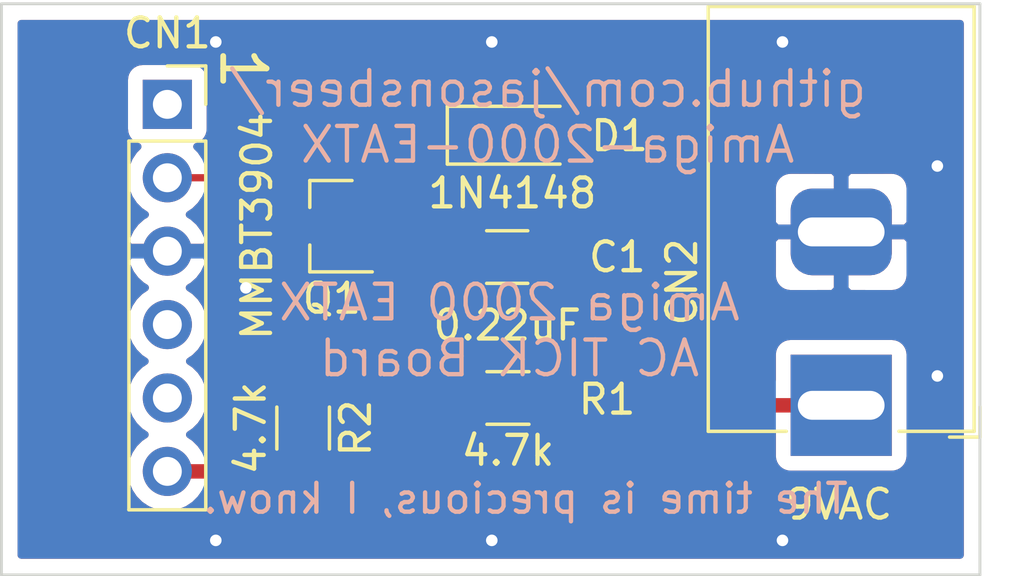
<source format=kicad_pcb>
(kicad_pcb (version 20171130) (host pcbnew 5.1.12-84ad8e8a86~92~ubuntu20.04.1)

  (general
    (thickness 1.6)
    (drawings 9)
    (tracks 21)
    (zones 0)
    (modules 7)
    (nets 9)
  )

  (page A4)
  (layers
    (0 F.Cu signal)
    (31 B.Cu signal)
    (32 B.Adhes user)
    (33 F.Adhes user)
    (34 B.Paste user)
    (35 F.Paste user)
    (36 B.SilkS user)
    (37 F.SilkS user)
    (38 B.Mask user)
    (39 F.Mask user)
    (40 Dwgs.User user)
    (41 Cmts.User user)
    (42 Eco1.User user)
    (43 Eco2.User user)
    (44 Edge.Cuts user)
    (45 Margin user)
    (46 B.CrtYd user)
    (47 F.CrtYd user)
    (48 B.Fab user)
    (49 F.Fab user)
  )

  (setup
    (last_trace_width 0.25)
    (trace_clearance 0.2)
    (zone_clearance 0.508)
    (zone_45_only no)
    (trace_min 0.2)
    (via_size 0.8)
    (via_drill 0.4)
    (via_min_size 0.4)
    (via_min_drill 0.3)
    (uvia_size 0.3)
    (uvia_drill 0.1)
    (uvias_allowed no)
    (uvia_min_size 0.2)
    (uvia_min_drill 0.1)
    (edge_width 0.05)
    (segment_width 0.2)
    (pcb_text_width 0.3)
    (pcb_text_size 1.5 1.5)
    (mod_edge_width 0.12)
    (mod_text_size 1 1)
    (mod_text_width 0.15)
    (pad_size 2.6 2.6)
    (pad_drill 1.6)
    (pad_to_mask_clearance 0)
    (aux_axis_origin 0 0)
    (visible_elements FFFFFF7F)
    (pcbplotparams
      (layerselection 0x010fc_ffffffff)
      (usegerberextensions false)
      (usegerberattributes true)
      (usegerberadvancedattributes true)
      (creategerberjobfile true)
      (excludeedgelayer true)
      (linewidth 0.100000)
      (plotframeref false)
      (viasonmask false)
      (mode 1)
      (useauxorigin false)
      (hpglpennumber 1)
      (hpglpenspeed 20)
      (hpglpendiameter 15.000000)
      (psnegative false)
      (psa4output false)
      (plotreference true)
      (plotvalue true)
      (plotinvisibletext false)
      (padsonsilk false)
      (subtractmaskfromsilk false)
      (outputformat 1)
      (mirror false)
      (drillshape 1)
      (scaleselection 1)
      (outputdirectory ""))
  )

  (net 0 "")
  (net 1 GND)
  (net 2 "Net-(C1-Pad1)")
  (net 3 +5V)
  (net 4 "Net-(CN1-Pad5)")
  (net 5 "Net-(CN1-Pad4)")
  (net 6 /TBASE)
  (net 7 "Net-(CN1-Pad1)")
  (net 8 /+9VAC)

  (net_class Default "This is the default net class."
    (clearance 0.2)
    (trace_width 0.25)
    (via_dia 0.8)
    (via_drill 0.4)
    (uvia_dia 0.3)
    (uvia_drill 0.1)
    (add_net /TBASE)
    (add_net GND)
    (add_net "Net-(C1-Pad1)")
    (add_net "Net-(CN1-Pad1)")
    (add_net "Net-(CN1-Pad4)")
    (add_net "Net-(CN1-Pad5)")
  )

  (net_class PWR ""
    (clearance 0.3)
    (trace_width 0.5)
    (via_dia 0.8)
    (via_drill 0.4)
    (uvia_dia 0.3)
    (uvia_drill 0.1)
    (add_net +5V)
    (add_net /+9VAC)
  )

  (module TICK:BarrelJack_Horizontal (layer F.Cu) (tedit 61AEB1F0) (tstamp 61AF153C)
    (at 152.273 107.8484 270)
    (descr "DC Barrel Jack")
    (tags "Power Jack")
    (path /61AA3DB0)
    (fp_text reference CN2 (at -4.2672 5.5118 90) (layer F.SilkS)
      (effects (font (size 1 1) (thickness 0.15)))
    )
    (fp_text value Barrel_Jack (at -6.2 -5.5 90) (layer F.Fab)
      (effects (font (size 1 1) (thickness 0.15)))
    )
    (fp_line (start 0 -4.5) (end -13.7 -4.5) (layer F.Fab) (width 0.1))
    (fp_line (start 0.8 4.5) (end 0.8 -3.75) (layer F.Fab) (width 0.1))
    (fp_line (start -13.7 4.5) (end 0.8 4.5) (layer F.Fab) (width 0.1))
    (fp_line (start -13.7 -4.5) (end -13.7 4.5) (layer F.Fab) (width 0.1))
    (fp_line (start -10.2 -4.5) (end -10.2 4.5) (layer F.Fab) (width 0.1))
    (fp_line (start 0.9 -4.6) (end 0.9 -2) (layer F.SilkS) (width 0.12))
    (fp_line (start -13.8 -4.6) (end 0.9 -4.6) (layer F.SilkS) (width 0.12))
    (fp_line (start 0.9 1.9) (end 0.9 4.6) (layer F.SilkS) (width 0.12))
    (fp_line (start -13.8 4.6) (end -13.8 -4.6) (layer F.SilkS) (width 0.12))
    (fp_line (start 0.9 4.6) (end -13.8 4.6) (layer F.SilkS) (width 0.12))
    (fp_line (start -14 4.75) (end -14 -4.75) (layer F.CrtYd) (width 0.05))
    (fp_line (start 1 4.75) (end -14 4.75) (layer F.CrtYd) (width 0.05))
    (fp_line (start 1 2) (end 1 4.75) (layer F.CrtYd) (width 0.05))
    (fp_line (start 2 2) (end 1 2) (layer F.CrtYd) (width 0.05))
    (fp_line (start 2 -2) (end 2 2) (layer F.CrtYd) (width 0.05))
    (fp_line (start 1 -2) (end 2 -2) (layer F.CrtYd) (width 0.05))
    (fp_line (start 1 -4.5) (end 1 -2) (layer F.CrtYd) (width 0.05))
    (fp_line (start 1 -4.75) (end -14 -4.75) (layer F.CrtYd) (width 0.05))
    (fp_line (start 1 -4.5) (end 1 -4.75) (layer F.CrtYd) (width 0.05))
    (fp_line (start 0.05 -4.8) (end 1.1 -4.8) (layer F.SilkS) (width 0.12))
    (fp_line (start 1.1 -3.75) (end 1.1 -4.8) (layer F.SilkS) (width 0.12))
    (fp_line (start -0.003213 -4.505425) (end 0.8 -3.75) (layer F.Fab) (width 0.1))
    (fp_text user %R (at -3 -2.95 90) (layer F.Fab)
      (effects (font (size 1 1) (thickness 0.15)))
    )
    (pad 2 thru_hole roundrect (at -6 0 270) (size 3 3.5) (drill oval 1 3) (layers *.Cu *.Mask) (roundrect_rratio 0.25)
      (net 1 GND))
    (pad 1 thru_hole rect (at 0 0 270) (size 3.5 3.5) (drill oval 1 3) (layers *.Cu *.Mask)
      (net 8 /+9VAC))
    (model ${KISYS3DMOD}/Connector_BarrelJack.3dshapes/BarrelJack_Horizontal.wrl
      (at (xyz 0 0 0))
      (scale (xyz 1 1 1))
      (rotate (xyz 0 0 0))
    )
  )

  (module Resistor_SMD:R_1206_3216Metric (layer F.Cu) (tedit 5F68FEEE) (tstamp 61AF1258)
    (at 133.6548 108.6358 270)
    (descr "Resistor SMD 1206 (3216 Metric), square (rectangular) end terminal, IPC_7351 nominal, (Body size source: IPC-SM-782 page 72, https://www.pcb-3d.com/wordpress/wp-content/uploads/ipc-sm-782a_amendment_1_and_2.pdf), generated with kicad-footprint-generator")
    (tags resistor)
    (path /61AEFC1B)
    (attr smd)
    (fp_text reference R2 (at 0 -1.82 90) (layer F.SilkS)
      (effects (font (size 1 1) (thickness 0.15)))
    )
    (fp_text value 4.7k (at 0 1.82 90) (layer F.SilkS)
      (effects (font (size 1 1) (thickness 0.15)))
    )
    (fp_line (start -1.6 0.8) (end -1.6 -0.8) (layer F.Fab) (width 0.1))
    (fp_line (start -1.6 -0.8) (end 1.6 -0.8) (layer F.Fab) (width 0.1))
    (fp_line (start 1.6 -0.8) (end 1.6 0.8) (layer F.Fab) (width 0.1))
    (fp_line (start 1.6 0.8) (end -1.6 0.8) (layer F.Fab) (width 0.1))
    (fp_line (start -0.727064 -0.91) (end 0.727064 -0.91) (layer F.SilkS) (width 0.12))
    (fp_line (start -0.727064 0.91) (end 0.727064 0.91) (layer F.SilkS) (width 0.12))
    (fp_line (start -2.28 1.12) (end -2.28 -1.12) (layer F.CrtYd) (width 0.05))
    (fp_line (start -2.28 -1.12) (end 2.28 -1.12) (layer F.CrtYd) (width 0.05))
    (fp_line (start 2.28 -1.12) (end 2.28 1.12) (layer F.CrtYd) (width 0.05))
    (fp_line (start 2.28 1.12) (end -2.28 1.12) (layer F.CrtYd) (width 0.05))
    (fp_text user %R (at 0 0 90) (layer F.Fab)
      (effects (font (size 0.8 0.8) (thickness 0.12)))
    )
    (pad 2 smd roundrect (at 1.4625 0 270) (size 1.125 1.75) (layers F.Cu F.Paste F.Mask) (roundrect_rratio 0.222222)
      (net 3 +5V))
    (pad 1 smd roundrect (at -1.4625 0 270) (size 1.125 1.75) (layers F.Cu F.Paste F.Mask) (roundrect_rratio 0.222222)
      (net 6 /TBASE))
    (model ${KISYS3DMOD}/Resistor_SMD.3dshapes/R_1206_3216Metric.wrl
      (at (xyz 0 0 0))
      (scale (xyz 1 1 1))
      (rotate (xyz 0 0 0))
    )
  )

  (module Package_TO_SOT_SMD:SOT-23 (layer F.Cu) (tedit 5A02FF57) (tstamp 61AF1237)
    (at 134.6454 101.6508 180)
    (descr "SOT-23, Standard")
    (tags SOT-23)
    (path /61AED3D3)
    (attr smd)
    (fp_text reference Q1 (at 0 -2.5) (layer F.SilkS)
      (effects (font (size 1 1) (thickness 0.15)))
    )
    (fp_text value MMBT3904 (at 2.5908 0 90) (layer F.SilkS)
      (effects (font (size 1 1) (thickness 0.15)))
    )
    (fp_line (start -0.7 -0.95) (end -0.7 1.5) (layer F.Fab) (width 0.1))
    (fp_line (start -0.15 -1.52) (end 0.7 -1.52) (layer F.Fab) (width 0.1))
    (fp_line (start -0.7 -0.95) (end -0.15 -1.52) (layer F.Fab) (width 0.1))
    (fp_line (start 0.7 -1.52) (end 0.7 1.52) (layer F.Fab) (width 0.1))
    (fp_line (start -0.7 1.52) (end 0.7 1.52) (layer F.Fab) (width 0.1))
    (fp_line (start 0.76 1.58) (end 0.76 0.65) (layer F.SilkS) (width 0.12))
    (fp_line (start 0.76 -1.58) (end 0.76 -0.65) (layer F.SilkS) (width 0.12))
    (fp_line (start -1.7 -1.75) (end 1.7 -1.75) (layer F.CrtYd) (width 0.05))
    (fp_line (start 1.7 -1.75) (end 1.7 1.75) (layer F.CrtYd) (width 0.05))
    (fp_line (start 1.7 1.75) (end -1.7 1.75) (layer F.CrtYd) (width 0.05))
    (fp_line (start -1.7 1.75) (end -1.7 -1.75) (layer F.CrtYd) (width 0.05))
    (fp_line (start 0.76 -1.58) (end -1.4 -1.58) (layer F.SilkS) (width 0.12))
    (fp_line (start 0.76 1.58) (end -0.7 1.58) (layer F.SilkS) (width 0.12))
    (fp_text user %R (at 0 0 90) (layer F.Fab)
      (effects (font (size 0.5 0.5) (thickness 0.075)))
    )
    (pad 3 smd rect (at 1 0 180) (size 0.9 0.8) (layers F.Cu F.Paste F.Mask)
      (net 6 /TBASE))
    (pad 2 smd rect (at -1 0.95 180) (size 0.9 0.8) (layers F.Cu F.Paste F.Mask)
      (net 1 GND))
    (pad 1 smd rect (at -1 -0.95 180) (size 0.9 0.8) (layers F.Cu F.Paste F.Mask)
      (net 2 "Net-(C1-Pad1)"))
    (model ${KISYS3DMOD}/Package_TO_SOT_SMD.3dshapes/SOT-23.wrl
      (at (xyz 0 0 0))
      (scale (xyz 1 1 1))
      (rotate (xyz 0 0 0))
    )
  )

  (module Resistor_SMD:R_1206_3216Metric (layer F.Cu) (tedit 5F68FEEE) (tstamp 61AA7E02)
    (at 140.7414 107.5944)
    (descr "Resistor SMD 1206 (3216 Metric), square (rectangular) end terminal, IPC_7351 nominal, (Body size source: IPC-SM-782 page 72, https://www.pcb-3d.com/wordpress/wp-content/uploads/ipc-sm-782a_amendment_1_and_2.pdf), generated with kicad-footprint-generator")
    (tags resistor)
    (path /61AA6ADA)
    (attr smd)
    (fp_text reference R1 (at 3.429 0.0508) (layer F.SilkS)
      (effects (font (size 1 1) (thickness 0.15)))
    )
    (fp_text value 4.7k (at 0 1.82) (layer F.SilkS)
      (effects (font (size 1 1) (thickness 0.15)))
    )
    (fp_line (start -1.6 0.8) (end -1.6 -0.8) (layer F.Fab) (width 0.1))
    (fp_line (start -1.6 -0.8) (end 1.6 -0.8) (layer F.Fab) (width 0.1))
    (fp_line (start 1.6 -0.8) (end 1.6 0.8) (layer F.Fab) (width 0.1))
    (fp_line (start 1.6 0.8) (end -1.6 0.8) (layer F.Fab) (width 0.1))
    (fp_line (start -0.727064 -0.91) (end 0.727064 -0.91) (layer F.SilkS) (width 0.12))
    (fp_line (start -0.727064 0.91) (end 0.727064 0.91) (layer F.SilkS) (width 0.12))
    (fp_line (start -2.28 1.12) (end -2.28 -1.12) (layer F.CrtYd) (width 0.05))
    (fp_line (start -2.28 -1.12) (end 2.28 -1.12) (layer F.CrtYd) (width 0.05))
    (fp_line (start 2.28 -1.12) (end 2.28 1.12) (layer F.CrtYd) (width 0.05))
    (fp_line (start 2.28 1.12) (end -2.28 1.12) (layer F.CrtYd) (width 0.05))
    (fp_text user %R (at 0 0) (layer F.Fab)
      (effects (font (size 0.8 0.8) (thickness 0.12)))
    )
    (pad 1 smd roundrect (at -1.4625 0) (size 1.125 1.75) (layers F.Cu F.Paste F.Mask) (roundrect_rratio 0.222222)
      (net 2 "Net-(C1-Pad1)"))
    (pad 2 smd roundrect (at 1.4625 0) (size 1.125 1.75) (layers F.Cu F.Paste F.Mask) (roundrect_rratio 0.222222)
      (net 8 /+9VAC))
    (model ${KISYS3DMOD}/Resistor_SMD.3dshapes/R_1206_3216Metric.wrl
      (at (xyz 0 0 0))
      (scale (xyz 1 1 1))
      (rotate (xyz 0 0 0))
    )
  )

  (module Diode_SMD:D_SOD-123 (layer F.Cu) (tedit 58645DC7) (tstamp 61AA7DF1)
    (at 140.8938 98.5012)
    (descr SOD-123)
    (tags SOD-123)
    (path /61AA7657)
    (attr smd)
    (fp_text reference D1 (at 3.7084 0.0254) (layer F.SilkS)
      (effects (font (size 1 1) (thickness 0.15)))
    )
    (fp_text value 1N4148 (at 0 2.0066) (layer F.SilkS)
      (effects (font (size 1 1) (thickness 0.15)))
    )
    (fp_line (start -2.25 -1) (end 1.65 -1) (layer F.SilkS) (width 0.12))
    (fp_line (start -2.25 1) (end 1.65 1) (layer F.SilkS) (width 0.12))
    (fp_line (start -2.35 -1.15) (end -2.35 1.15) (layer F.CrtYd) (width 0.05))
    (fp_line (start 2.35 1.15) (end -2.35 1.15) (layer F.CrtYd) (width 0.05))
    (fp_line (start 2.35 -1.15) (end 2.35 1.15) (layer F.CrtYd) (width 0.05))
    (fp_line (start -2.35 -1.15) (end 2.35 -1.15) (layer F.CrtYd) (width 0.05))
    (fp_line (start -1.4 -0.9) (end 1.4 -0.9) (layer F.Fab) (width 0.1))
    (fp_line (start 1.4 -0.9) (end 1.4 0.9) (layer F.Fab) (width 0.1))
    (fp_line (start 1.4 0.9) (end -1.4 0.9) (layer F.Fab) (width 0.1))
    (fp_line (start -1.4 0.9) (end -1.4 -0.9) (layer F.Fab) (width 0.1))
    (fp_line (start -0.75 0) (end -0.35 0) (layer F.Fab) (width 0.1))
    (fp_line (start -0.35 0) (end -0.35 -0.55) (layer F.Fab) (width 0.1))
    (fp_line (start -0.35 0) (end -0.35 0.55) (layer F.Fab) (width 0.1))
    (fp_line (start -0.35 0) (end 0.25 -0.4) (layer F.Fab) (width 0.1))
    (fp_line (start 0.25 -0.4) (end 0.25 0.4) (layer F.Fab) (width 0.1))
    (fp_line (start 0.25 0.4) (end -0.35 0) (layer F.Fab) (width 0.1))
    (fp_line (start 0.25 0) (end 0.75 0) (layer F.Fab) (width 0.1))
    (fp_line (start -2.25 -1) (end -2.25 1) (layer F.SilkS) (width 0.12))
    (fp_text user %R (at 0 -2) (layer F.Fab)
      (effects (font (size 1 1) (thickness 0.15)))
    )
    (pad 2 smd rect (at 1.65 0) (size 0.9 1.2) (layers F.Cu F.Paste F.Mask)
      (net 1 GND))
    (pad 1 smd rect (at -1.65 0) (size 0.9 1.2) (layers F.Cu F.Paste F.Mask)
      (net 2 "Net-(C1-Pad1)"))
    (model ${KISYS3DMOD}/Diode_SMD.3dshapes/D_SOD-123.wrl
      (at (xyz 0 0 0))
      (scale (xyz 1 1 1))
      (rotate (xyz 0 0 0))
    )
  )

  (module Connector_PinSocket_2.54mm:PinSocket_1x06_P2.54mm_Vertical (layer F.Cu) (tedit 5A19A430) (tstamp 61AA7EFA)
    (at 128.9558 97.4344)
    (descr "Through hole straight socket strip, 1x06, 2.54mm pitch, single row (from Kicad 4.0.7), script generated")
    (tags "Through hole socket strip THT 1x06 2.54mm single row")
    (path /61AA2F62)
    (fp_text reference CN1 (at 0 -2.4638) (layer F.SilkS)
      (effects (font (size 1 1) (thickness 0.15)))
    )
    (fp_text value To_Amiga (at 0 15.47) (layer F.Fab)
      (effects (font (size 1 1) (thickness 0.15)))
    )
    (fp_line (start -1.8 14.45) (end -1.8 -1.8) (layer F.CrtYd) (width 0.05))
    (fp_line (start 1.75 14.45) (end -1.8 14.45) (layer F.CrtYd) (width 0.05))
    (fp_line (start 1.75 -1.8) (end 1.75 14.45) (layer F.CrtYd) (width 0.05))
    (fp_line (start -1.8 -1.8) (end 1.75 -1.8) (layer F.CrtYd) (width 0.05))
    (fp_line (start 0 -1.33) (end 1.33 -1.33) (layer F.SilkS) (width 0.12))
    (fp_line (start 1.33 -1.33) (end 1.33 0) (layer F.SilkS) (width 0.12))
    (fp_line (start 1.33 1.27) (end 1.33 14.03) (layer F.SilkS) (width 0.12))
    (fp_line (start -1.33 14.03) (end 1.33 14.03) (layer F.SilkS) (width 0.12))
    (fp_line (start -1.33 1.27) (end -1.33 14.03) (layer F.SilkS) (width 0.12))
    (fp_line (start -1.33 1.27) (end 1.33 1.27) (layer F.SilkS) (width 0.12))
    (fp_line (start -1.27 13.97) (end -1.27 -1.27) (layer F.Fab) (width 0.1))
    (fp_line (start 1.27 13.97) (end -1.27 13.97) (layer F.Fab) (width 0.1))
    (fp_line (start 1.27 -0.635) (end 1.27 13.97) (layer F.Fab) (width 0.1))
    (fp_line (start 0.635 -1.27) (end 1.27 -0.635) (layer F.Fab) (width 0.1))
    (fp_line (start -1.27 -1.27) (end 0.635 -1.27) (layer F.Fab) (width 0.1))
    (fp_text user %R (at 0 6.35 90) (layer F.Fab)
      (effects (font (size 1 1) (thickness 0.15)))
    )
    (pad 6 thru_hole oval (at 0 12.7) (size 1.7 1.7) (drill 1) (layers *.Cu *.Mask)
      (net 3 +5V))
    (pad 5 thru_hole oval (at 0 10.16) (size 1.7 1.7) (drill 1) (layers *.Cu *.Mask)
      (net 4 "Net-(CN1-Pad5)"))
    (pad 4 thru_hole oval (at 0 7.62) (size 1.7 1.7) (drill 1) (layers *.Cu *.Mask)
      (net 5 "Net-(CN1-Pad4)"))
    (pad 3 thru_hole oval (at 0 5.08) (size 1.7 1.7) (drill 1) (layers *.Cu *.Mask)
      (net 1 GND))
    (pad 2 thru_hole oval (at 0 2.54) (size 1.7 1.7) (drill 1) (layers *.Cu *.Mask)
      (net 6 /TBASE))
    (pad 1 thru_hole rect (at 0 0) (size 1.7 1.7) (drill 1) (layers *.Cu *.Mask)
      (net 7 "Net-(CN1-Pad1)"))
    (model ${KISYS3DMOD}/Connector_PinSocket_2.54mm.3dshapes/PinSocket_1x06_P2.54mm_Horizontal.wrl
      (at (xyz 0 0 0))
      (scale (xyz 1 1 1))
      (rotate (xyz 0 0 0))
    )
  )

  (module Capacitor_SMD:C_1206_3216Metric (layer F.Cu) (tedit 5F68FEEE) (tstamp 61AA7D8B)
    (at 140.716 102.7176)
    (descr "Capacitor SMD 1206 (3216 Metric), square (rectangular) end terminal, IPC_7351 nominal, (Body size source: IPC-SM-782 page 76, https://www.pcb-3d.com/wordpress/wp-content/uploads/ipc-sm-782a_amendment_1_and_2.pdf), generated with kicad-footprint-generator")
    (tags capacitor)
    (path /61AA66CC)
    (attr smd)
    (fp_text reference C1 (at 3.81 0) (layer F.SilkS)
      (effects (font (size 1 1) (thickness 0.15)))
    )
    (fp_text value 0.22uF (at 0 2.3622) (layer F.SilkS)
      (effects (font (size 1 1) (thickness 0.15)))
    )
    (fp_line (start 2.3 1.15) (end -2.3 1.15) (layer F.CrtYd) (width 0.05))
    (fp_line (start 2.3 -1.15) (end 2.3 1.15) (layer F.CrtYd) (width 0.05))
    (fp_line (start -2.3 -1.15) (end 2.3 -1.15) (layer F.CrtYd) (width 0.05))
    (fp_line (start -2.3 1.15) (end -2.3 -1.15) (layer F.CrtYd) (width 0.05))
    (fp_line (start -0.711252 0.91) (end 0.711252 0.91) (layer F.SilkS) (width 0.12))
    (fp_line (start -0.711252 -0.91) (end 0.711252 -0.91) (layer F.SilkS) (width 0.12))
    (fp_line (start 1.6 0.8) (end -1.6 0.8) (layer F.Fab) (width 0.1))
    (fp_line (start 1.6 -0.8) (end 1.6 0.8) (layer F.Fab) (width 0.1))
    (fp_line (start -1.6 -0.8) (end 1.6 -0.8) (layer F.Fab) (width 0.1))
    (fp_line (start -1.6 0.8) (end -1.6 -0.8) (layer F.Fab) (width 0.1))
    (fp_text user %R (at 0 0) (layer F.Fab)
      (effects (font (size 0.8 0.8) (thickness 0.12)))
    )
    (pad 2 smd roundrect (at 1.475 0) (size 1.15 1.8) (layers F.Cu F.Paste F.Mask) (roundrect_rratio 0.217391)
      (net 1 GND))
    (pad 1 smd roundrect (at -1.475 0) (size 1.15 1.8) (layers F.Cu F.Paste F.Mask) (roundrect_rratio 0.217391)
      (net 2 "Net-(C1-Pad1)"))
    (model ${KISYS3DMOD}/Capacitor_SMD.3dshapes/C_1206_3216Metric.wrl
      (at (xyz 0 0 0))
      (scale (xyz 1 1 1))
      (rotate (xyz 0 0 0))
    )
  )

  (gr_text "The time is precious, I know." (at 141.351 111.0742) (layer B.SilkS)
    (effects (font (size 1 1) (thickness 0.15)) (justify mirror))
  )
  (gr_text "Amiga 2000 EATX\nAC TICK Board" (at 140.7922 105.2576) (layer B.SilkS)
    (effects (font (size 1.2 1.2) (thickness 0.15)) (justify mirror))
  )
  (gr_text "github.com/jasonsbeer/\nAmiga-2000-EATX" (at 142.113 97.8662) (layer B.SilkS)
    (effects (font (size 1.2 1.2) (thickness 0.15)) (justify mirror))
  )
  (gr_text 1 (at 131.572 96.1898 -90) (layer F.SilkS) (tstamp 61AA85B5)
    (effects (font (size 1.5 1.5) (thickness 0.2)))
  )
  (gr_text 9VAC (at 152.1968 111.2774) (layer F.SilkS)
    (effects (font (size 1 1) (thickness 0.15)))
  )
  (gr_line (start 123.2154 93.9546) (end 157.0736 93.9546) (layer Edge.Cuts) (width 0.1))
  (gr_line (start 123.2154 113.7158) (end 123.2154 93.9546) (layer Edge.Cuts) (width 0.1))
  (gr_line (start 157.0736 113.7158) (end 123.2154 113.7158) (layer Edge.Cuts) (width 0.1))
  (gr_line (start 157.0736 93.9546) (end 157.0736 113.7158) (layer Edge.Cuts) (width 0.1))

  (via (at 130.6322 95.2754) (size 0.8) (drill 0.4) (layers F.Cu B.Cu) (net 1))
  (via (at 140.1826 95.2754) (size 0.8) (drill 0.4) (layers F.Cu B.Cu) (net 1))
  (via (at 150.241 95.2754) (size 0.8) (drill 0.4) (layers F.Cu B.Cu) (net 1))
  (via (at 155.6004 99.568) (size 0.8) (drill 0.4) (layers F.Cu B.Cu) (net 1))
  (via (at 155.6004 106.8324) (size 0.8) (drill 0.4) (layers F.Cu B.Cu) (net 1))
  (via (at 150.241 112.522) (size 0.8) (drill 0.4) (layers F.Cu B.Cu) (net 1))
  (via (at 140.1826 112.522) (size 0.8) (drill 0.4) (layers F.Cu B.Cu) (net 1))
  (via (at 130.6322 112.522) (size 0.8) (drill 0.4) (layers F.Cu B.Cu) (net 1))
  (via (at 131.6736 103.7844) (size 0.8) (drill 0.4) (layers F.Cu B.Cu) (net 1))
  (segment (start 139.2789 98.5363) (end 139.2438 98.5012) (width 0.25) (layer F.Cu) (net 2))
  (segment (start 139.2789 107.5944) (end 139.2789 98.5363) (width 0.25) (layer F.Cu) (net 2))
  (segment (start 139.1242 102.6008) (end 139.241 102.7176) (width 0.25) (layer F.Cu) (net 2))
  (segment (start 135.6454 102.6008) (end 139.1242 102.6008) (width 0.25) (layer F.Cu) (net 2))
  (segment (start 128.9558 110.1344) (end 133.604 110.1344) (width 0.5) (layer F.Cu) (net 3))
  (segment (start 128.9558 99.9744) (end 132.969 99.9744) (width 0.25) (layer F.Cu) (net 6))
  (segment (start 133.5962 100.6016) (end 133.5962 101.6152) (width 0.25) (layer F.Cu) (net 6))
  (segment (start 132.969 99.9744) (end 133.5962 100.6016) (width 0.25) (layer F.Cu) (net 6))
  (segment (start 133.6548 107.1733) (end 133.6548 101.6602) (width 0.25) (layer F.Cu) (net 6))
  (segment (start 142.2039 107.5944) (end 146.6596 107.5944) (width 0.5) (layer F.Cu) (net 8))
  (segment (start 146.9136 107.8484) (end 152.273 107.8484) (width 0.5) (layer F.Cu) (net 8))
  (segment (start 146.6596 107.5944) (end 146.9136 107.8484) (width 0.5) (layer F.Cu) (net 8))

  (zone (net 1) (net_name GND) (layer B.Cu) (tstamp 61AF1855) (hatch edge 0.508)
    (connect_pads (clearance 0.508))
    (min_thickness 0.254)
    (fill yes (arc_segments 32) (thermal_gap 0.508) (thermal_bridge_width 0.508))
    (polygon
      (pts
        (xy 157.0482 113.7158) (xy 123.2154 113.7158) (xy 123.2154 93.9546) (xy 157.0736 93.9292)
      )
    )
    (filled_polygon
      (pts
        (xy 156.388601 113.0308) (xy 123.9004 113.0308) (xy 123.9004 104.90814) (xy 127.4708 104.90814) (xy 127.4708 105.20066)
        (xy 127.527868 105.487558) (xy 127.63981 105.757811) (xy 127.802325 106.001032) (xy 128.009168 106.207875) (xy 128.18356 106.3244)
        (xy 128.009168 106.440925) (xy 127.802325 106.647768) (xy 127.63981 106.890989) (xy 127.527868 107.161242) (xy 127.4708 107.44814)
        (xy 127.4708 107.74066) (xy 127.527868 108.027558) (xy 127.63981 108.297811) (xy 127.802325 108.541032) (xy 128.009168 108.747875)
        (xy 128.18356 108.8644) (xy 128.009168 108.980925) (xy 127.802325 109.187768) (xy 127.63981 109.430989) (xy 127.527868 109.701242)
        (xy 127.4708 109.98814) (xy 127.4708 110.28066) (xy 127.527868 110.567558) (xy 127.63981 110.837811) (xy 127.802325 111.081032)
        (xy 128.009168 111.287875) (xy 128.252389 111.45039) (xy 128.522642 111.562332) (xy 128.80954 111.6194) (xy 129.10206 111.6194)
        (xy 129.388958 111.562332) (xy 129.659211 111.45039) (xy 129.902432 111.287875) (xy 130.109275 111.081032) (xy 130.27179 110.837811)
        (xy 130.383732 110.567558) (xy 130.4408 110.28066) (xy 130.4408 109.98814) (xy 130.383732 109.701242) (xy 130.27179 109.430989)
        (xy 130.109275 109.187768) (xy 129.902432 108.980925) (xy 129.72804 108.8644) (xy 129.902432 108.747875) (xy 130.109275 108.541032)
        (xy 130.27179 108.297811) (xy 130.383732 108.027558) (xy 130.4408 107.74066) (xy 130.4408 107.44814) (xy 130.383732 107.161242)
        (xy 130.27179 106.890989) (xy 130.109275 106.647768) (xy 129.902432 106.440925) (xy 129.72804 106.3244) (xy 129.902432 106.207875)
        (xy 130.011907 106.0984) (xy 149.884928 106.0984) (xy 149.884928 109.5984) (xy 149.897188 109.722882) (xy 149.933498 109.84258)
        (xy 149.992463 109.952894) (xy 150.071815 110.049585) (xy 150.168506 110.128937) (xy 150.27882 110.187902) (xy 150.398518 110.224212)
        (xy 150.523 110.236472) (xy 154.023 110.236472) (xy 154.147482 110.224212) (xy 154.26718 110.187902) (xy 154.377494 110.128937)
        (xy 154.474185 110.049585) (xy 154.553537 109.952894) (xy 154.612502 109.84258) (xy 154.648812 109.722882) (xy 154.661072 109.5984)
        (xy 154.661072 106.0984) (xy 154.648812 105.973918) (xy 154.612502 105.85422) (xy 154.553537 105.743906) (xy 154.474185 105.647215)
        (xy 154.377494 105.567863) (xy 154.26718 105.508898) (xy 154.147482 105.472588) (xy 154.023 105.460328) (xy 150.523 105.460328)
        (xy 150.398518 105.472588) (xy 150.27882 105.508898) (xy 150.168506 105.567863) (xy 150.071815 105.647215) (xy 149.992463 105.743906)
        (xy 149.933498 105.85422) (xy 149.897188 105.973918) (xy 149.884928 106.0984) (xy 130.011907 106.0984) (xy 130.109275 106.001032)
        (xy 130.27179 105.757811) (xy 130.383732 105.487558) (xy 130.4408 105.20066) (xy 130.4408 104.90814) (xy 130.383732 104.621242)
        (xy 130.27179 104.350989) (xy 130.109275 104.107768) (xy 129.902432 103.900925) (xy 129.720266 103.779205) (xy 129.837155 103.709578)
        (xy 130.053388 103.514669) (xy 130.177406 103.3484) (xy 149.884928 103.3484) (xy 149.897188 103.472882) (xy 149.933498 103.59258)
        (xy 149.992463 103.702894) (xy 150.071815 103.799585) (xy 150.168506 103.878937) (xy 150.27882 103.937902) (xy 150.398518 103.974212)
        (xy 150.523 103.986472) (xy 151.98725 103.9834) (xy 152.146 103.82465) (xy 152.146 101.9754) (xy 152.4 101.9754)
        (xy 152.4 103.82465) (xy 152.55875 103.9834) (xy 154.023 103.986472) (xy 154.147482 103.974212) (xy 154.26718 103.937902)
        (xy 154.377494 103.878937) (xy 154.474185 103.799585) (xy 154.553537 103.702894) (xy 154.612502 103.59258) (xy 154.648812 103.472882)
        (xy 154.661072 103.3484) (xy 154.658 102.13415) (xy 154.49925 101.9754) (xy 152.4 101.9754) (xy 152.146 101.9754)
        (xy 150.04675 101.9754) (xy 149.888 102.13415) (xy 149.884928 103.3484) (xy 130.177406 103.3484) (xy 130.227441 103.28132)
        (xy 130.352625 103.018499) (xy 130.397276 102.87129) (xy 130.275955 102.6414) (xy 129.0828 102.6414) (xy 129.0828 102.6614)
        (xy 128.8288 102.6614) (xy 128.8288 102.6414) (xy 127.635645 102.6414) (xy 127.514324 102.87129) (xy 127.558975 103.018499)
        (xy 127.684159 103.28132) (xy 127.858212 103.514669) (xy 128.074445 103.709578) (xy 128.191334 103.779205) (xy 128.009168 103.900925)
        (xy 127.802325 104.107768) (xy 127.63981 104.350989) (xy 127.527868 104.621242) (xy 127.4708 104.90814) (xy 123.9004 104.90814)
        (xy 123.9004 96.5844) (xy 127.467728 96.5844) (xy 127.467728 98.2844) (xy 127.479988 98.408882) (xy 127.516298 98.52858)
        (xy 127.575263 98.638894) (xy 127.654615 98.735585) (xy 127.751306 98.814937) (xy 127.86162 98.873902) (xy 127.93418 98.895913)
        (xy 127.802325 99.027768) (xy 127.63981 99.270989) (xy 127.527868 99.541242) (xy 127.4708 99.82814) (xy 127.4708 100.12066)
        (xy 127.527868 100.407558) (xy 127.63981 100.677811) (xy 127.802325 100.921032) (xy 128.009168 101.127875) (xy 128.191334 101.249595)
        (xy 128.074445 101.319222) (xy 127.858212 101.514131) (xy 127.684159 101.74748) (xy 127.558975 102.010301) (xy 127.514324 102.15751)
        (xy 127.635645 102.3874) (xy 128.8288 102.3874) (xy 128.8288 102.3674) (xy 129.0828 102.3674) (xy 129.0828 102.3874)
        (xy 130.275955 102.3874) (xy 130.397276 102.15751) (xy 130.352625 102.010301) (xy 130.227441 101.74748) (xy 130.053388 101.514131)
        (xy 129.837155 101.319222) (xy 129.720266 101.249595) (xy 129.902432 101.127875) (xy 130.109275 100.921032) (xy 130.27179 100.677811)
        (xy 130.383732 100.407558) (xy 130.395499 100.3484) (xy 149.884928 100.3484) (xy 149.888 101.56265) (xy 150.04675 101.7214)
        (xy 152.146 101.7214) (xy 152.146 99.87215) (xy 152.4 99.87215) (xy 152.4 101.7214) (xy 154.49925 101.7214)
        (xy 154.658 101.56265) (xy 154.661072 100.3484) (xy 154.648812 100.223918) (xy 154.612502 100.10422) (xy 154.553537 99.993906)
        (xy 154.474185 99.897215) (xy 154.377494 99.817863) (xy 154.26718 99.758898) (xy 154.147482 99.722588) (xy 154.023 99.710328)
        (xy 152.55875 99.7134) (xy 152.4 99.87215) (xy 152.146 99.87215) (xy 151.98725 99.7134) (xy 150.523 99.710328)
        (xy 150.398518 99.722588) (xy 150.27882 99.758898) (xy 150.168506 99.817863) (xy 150.071815 99.897215) (xy 149.992463 99.993906)
        (xy 149.933498 100.10422) (xy 149.897188 100.223918) (xy 149.884928 100.3484) (xy 130.395499 100.3484) (xy 130.4408 100.12066)
        (xy 130.4408 99.82814) (xy 130.383732 99.541242) (xy 130.27179 99.270989) (xy 130.109275 99.027768) (xy 129.97742 98.895913)
        (xy 130.04998 98.873902) (xy 130.160294 98.814937) (xy 130.256985 98.735585) (xy 130.336337 98.638894) (xy 130.395302 98.52858)
        (xy 130.431612 98.408882) (xy 130.443872 98.2844) (xy 130.443872 96.5844) (xy 130.431612 96.459918) (xy 130.395302 96.34022)
        (xy 130.336337 96.229906) (xy 130.256985 96.133215) (xy 130.160294 96.053863) (xy 130.04998 95.994898) (xy 129.930282 95.958588)
        (xy 129.8058 95.946328) (xy 128.1058 95.946328) (xy 127.981318 95.958588) (xy 127.86162 95.994898) (xy 127.751306 96.053863)
        (xy 127.654615 96.133215) (xy 127.575263 96.229906) (xy 127.516298 96.34022) (xy 127.479988 96.459918) (xy 127.467728 96.5844)
        (xy 123.9004 96.5844) (xy 123.9004 94.6396) (xy 156.3886 94.6396)
      )
    )
  )
  (zone (net 1) (net_name GND) (layer F.Cu) (tstamp 61AF1852) (hatch edge 0.508)
    (connect_pads (clearance 0.508))
    (min_thickness 0.254)
    (fill yes (arc_segments 32) (thermal_gap 0.508) (thermal_bridge_width 0.508))
    (polygon
      (pts
        (xy 157.023597 113.731462) (xy 123.190797 113.731462) (xy 123.190797 93.970262) (xy 157.048997 93.944862)
      )
    )
    (filled_polygon
      (pts
        (xy 156.388601 113.0308) (xy 123.9004 113.0308) (xy 123.9004 104.90814) (xy 127.4708 104.90814) (xy 127.4708 105.20066)
        (xy 127.527868 105.487558) (xy 127.63981 105.757811) (xy 127.802325 106.001032) (xy 128.009168 106.207875) (xy 128.18356 106.3244)
        (xy 128.009168 106.440925) (xy 127.802325 106.647768) (xy 127.63981 106.890989) (xy 127.527868 107.161242) (xy 127.4708 107.44814)
        (xy 127.4708 107.74066) (xy 127.527868 108.027558) (xy 127.63981 108.297811) (xy 127.802325 108.541032) (xy 128.009168 108.747875)
        (xy 128.18356 108.8644) (xy 128.009168 108.980925) (xy 127.802325 109.187768) (xy 127.63981 109.430989) (xy 127.527868 109.701242)
        (xy 127.4708 109.98814) (xy 127.4708 110.28066) (xy 127.527868 110.567558) (xy 127.63981 110.837811) (xy 127.802325 111.081032)
        (xy 128.009168 111.287875) (xy 128.252389 111.45039) (xy 128.522642 111.562332) (xy 128.80954 111.6194) (xy 129.10206 111.6194)
        (xy 129.388958 111.562332) (xy 129.659211 111.45039) (xy 129.902432 111.287875) (xy 130.109275 111.081032) (xy 130.150456 111.0194)
        (xy 132.385948 111.0194) (xy 132.401838 111.038762) (xy 132.536413 111.149205) (xy 132.689949 111.231272) (xy 132.856545 111.281808)
        (xy 133.029799 111.298872) (xy 134.279801 111.298872) (xy 134.453055 111.281808) (xy 134.619651 111.231272) (xy 134.773187 111.149205)
        (xy 134.907762 111.038762) (xy 135.018205 110.904187) (xy 135.100272 110.750651) (xy 135.150808 110.584055) (xy 135.167872 110.410801)
        (xy 135.167872 109.785799) (xy 135.150808 109.612545) (xy 135.100272 109.445949) (xy 135.018205 109.292413) (xy 134.907762 109.157838)
        (xy 134.773187 109.047395) (xy 134.619651 108.965328) (xy 134.453055 108.914792) (xy 134.279801 108.897728) (xy 133.029799 108.897728)
        (xy 132.856545 108.914792) (xy 132.689949 108.965328) (xy 132.536413 109.047395) (xy 132.401838 109.157838) (xy 132.326695 109.2494)
        (xy 130.150456 109.2494) (xy 130.109275 109.187768) (xy 129.902432 108.980925) (xy 129.72804 108.8644) (xy 129.902432 108.747875)
        (xy 130.109275 108.541032) (xy 130.27179 108.297811) (xy 130.383732 108.027558) (xy 130.4408 107.74066) (xy 130.4408 107.44814)
        (xy 130.383732 107.161242) (xy 130.27179 106.890989) (xy 130.109275 106.647768) (xy 129.902432 106.440925) (xy 129.72804 106.3244)
        (xy 129.902432 106.207875) (xy 130.109275 106.001032) (xy 130.27179 105.757811) (xy 130.383732 105.487558) (xy 130.4408 105.20066)
        (xy 130.4408 104.90814) (xy 130.383732 104.621242) (xy 130.27179 104.350989) (xy 130.109275 104.107768) (xy 129.902432 103.900925)
        (xy 129.720266 103.779205) (xy 129.837155 103.709578) (xy 130.053388 103.514669) (xy 130.227441 103.28132) (xy 130.352625 103.018499)
        (xy 130.397276 102.87129) (xy 130.275955 102.6414) (xy 129.0828 102.6414) (xy 129.0828 102.6614) (xy 128.8288 102.6614)
        (xy 128.8288 102.6414) (xy 127.635645 102.6414) (xy 127.514324 102.87129) (xy 127.558975 103.018499) (xy 127.684159 103.28132)
        (xy 127.858212 103.514669) (xy 128.074445 103.709578) (xy 128.191334 103.779205) (xy 128.009168 103.900925) (xy 127.802325 104.107768)
        (xy 127.63981 104.350989) (xy 127.527868 104.621242) (xy 127.4708 104.90814) (xy 123.9004 104.90814) (xy 123.9004 96.5844)
        (xy 127.467728 96.5844) (xy 127.467728 98.2844) (xy 127.479988 98.408882) (xy 127.516298 98.52858) (xy 127.575263 98.638894)
        (xy 127.654615 98.735585) (xy 127.751306 98.814937) (xy 127.86162 98.873902) (xy 127.93418 98.895913) (xy 127.802325 99.027768)
        (xy 127.63981 99.270989) (xy 127.527868 99.541242) (xy 127.4708 99.82814) (xy 127.4708 100.12066) (xy 127.527868 100.407558)
        (xy 127.63981 100.677811) (xy 127.802325 100.921032) (xy 128.009168 101.127875) (xy 128.191334 101.249595) (xy 128.074445 101.319222)
        (xy 127.858212 101.514131) (xy 127.684159 101.74748) (xy 127.558975 102.010301) (xy 127.514324 102.15751) (xy 127.635645 102.3874)
        (xy 128.8288 102.3874) (xy 128.8288 102.3674) (xy 129.0828 102.3674) (xy 129.0828 102.3874) (xy 130.275955 102.3874)
        (xy 130.397276 102.15751) (xy 130.352625 102.010301) (xy 130.227441 101.74748) (xy 130.053388 101.514131) (xy 129.837155 101.319222)
        (xy 129.720266 101.249595) (xy 129.902432 101.127875) (xy 130.109275 100.921032) (xy 130.233978 100.7344) (xy 132.654199 100.7344)
        (xy 132.733036 100.813237) (xy 132.664863 100.896306) (xy 132.605898 101.00662) (xy 132.569588 101.126318) (xy 132.557328 101.2508)
        (xy 132.557328 102.0508) (xy 132.569588 102.175282) (xy 132.605898 102.29498) (xy 132.664863 102.405294) (xy 132.744215 102.501985)
        (xy 132.840906 102.581337) (xy 132.894801 102.610145) (xy 132.8948 105.986024) (xy 132.856545 105.989792) (xy 132.689949 106.040328)
        (xy 132.536413 106.122395) (xy 132.401838 106.232838) (xy 132.291395 106.367413) (xy 132.209328 106.520949) (xy 132.158792 106.687545)
        (xy 132.141728 106.860799) (xy 132.141728 107.485801) (xy 132.158792 107.659055) (xy 132.209328 107.825651) (xy 132.291395 107.979187)
        (xy 132.401838 108.113762) (xy 132.536413 108.224205) (xy 132.689949 108.306272) (xy 132.856545 108.356808) (xy 133.029799 108.373872)
        (xy 134.279801 108.373872) (xy 134.453055 108.356808) (xy 134.619651 108.306272) (xy 134.773187 108.224205) (xy 134.907762 108.113762)
        (xy 135.018205 107.979187) (xy 135.100272 107.825651) (xy 135.150808 107.659055) (xy 135.167872 107.485801) (xy 135.167872 106.860799)
        (xy 135.150808 106.687545) (xy 135.100272 106.520949) (xy 135.018205 106.367413) (xy 134.907762 106.232838) (xy 134.773187 106.122395)
        (xy 134.619651 106.040328) (xy 134.453055 105.989792) (xy 134.4148 105.986024) (xy 134.4148 102.600095) (xy 134.449894 102.581337)
        (xy 134.546585 102.501985) (xy 134.557328 102.488895) (xy 134.557328 103.0008) (xy 134.569588 103.125282) (xy 134.605898 103.24498)
        (xy 134.664863 103.355294) (xy 134.744215 103.451985) (xy 134.840906 103.531337) (xy 134.95122 103.590302) (xy 135.070918 103.626612)
        (xy 135.1954 103.638872) (xy 136.0954 103.638872) (xy 136.219882 103.626612) (xy 136.33958 103.590302) (xy 136.449894 103.531337)
        (xy 136.546585 103.451985) (xy 136.621418 103.3608) (xy 138.027928 103.3608) (xy 138.027928 103.367601) (xy 138.044992 103.540855)
        (xy 138.095528 103.707451) (xy 138.177595 103.860987) (xy 138.288038 103.995562) (xy 138.422613 104.106005) (xy 138.5189 104.157472)
        (xy 138.5189 106.206468) (xy 138.473013 106.230995) (xy 138.338438 106.341438) (xy 138.227995 106.476013) (xy 138.145928 106.629549)
        (xy 138.095392 106.796145) (xy 138.078328 106.969399) (xy 138.078328 108.219401) (xy 138.095392 108.392655) (xy 138.145928 108.559251)
        (xy 138.227995 108.712787) (xy 138.338438 108.847362) (xy 138.473013 108.957805) (xy 138.626549 109.039872) (xy 138.793145 109.090408)
        (xy 138.966399 109.107472) (xy 139.591401 109.107472) (xy 139.764655 109.090408) (xy 139.931251 109.039872) (xy 140.084787 108.957805)
        (xy 140.219362 108.847362) (xy 140.329805 108.712787) (xy 140.411872 108.559251) (xy 140.462408 108.392655) (xy 140.479472 108.219401)
        (xy 140.479472 106.969399) (xy 141.003328 106.969399) (xy 141.003328 108.219401) (xy 141.020392 108.392655) (xy 141.070928 108.559251)
        (xy 141.152995 108.712787) (xy 141.263438 108.847362) (xy 141.398013 108.957805) (xy 141.551549 109.039872) (xy 141.718145 109.090408)
        (xy 141.891399 109.107472) (xy 142.516401 109.107472) (xy 142.689655 109.090408) (xy 142.856251 109.039872) (xy 143.009787 108.957805)
        (xy 143.144362 108.847362) (xy 143.254805 108.712787) (xy 143.336872 108.559251) (xy 143.361094 108.4794) (xy 146.287443 108.4794)
        (xy 146.419541 108.587811) (xy 146.573287 108.669989) (xy 146.74011 108.720595) (xy 146.870123 108.7334) (xy 146.870133 108.7334)
        (xy 146.913599 108.737681) (xy 146.957065 108.7334) (xy 149.884928 108.7334) (xy 149.884928 109.5984) (xy 149.897188 109.722882)
        (xy 149.933498 109.84258) (xy 149.992463 109.952894) (xy 150.071815 110.049585) (xy 150.168506 110.128937) (xy 150.27882 110.187902)
        (xy 150.398518 110.224212) (xy 150.523 110.236472) (xy 154.023 110.236472) (xy 154.147482 110.224212) (xy 154.26718 110.187902)
        (xy 154.377494 110.128937) (xy 154.474185 110.049585) (xy 154.553537 109.952894) (xy 154.612502 109.84258) (xy 154.648812 109.722882)
        (xy 154.661072 109.5984) (xy 154.661072 106.0984) (xy 154.648812 105.973918) (xy 154.612502 105.85422) (xy 154.553537 105.743906)
        (xy 154.474185 105.647215) (xy 154.377494 105.567863) (xy 154.26718 105.508898) (xy 154.147482 105.472588) (xy 154.023 105.460328)
        (xy 150.523 105.460328) (xy 150.398518 105.472588) (xy 150.27882 105.508898) (xy 150.168506 105.567863) (xy 150.071815 105.647215)
        (xy 149.992463 105.743906) (xy 149.933498 105.85422) (xy 149.897188 105.973918) (xy 149.884928 106.0984) (xy 149.884928 106.9634)
        (xy 147.285757 106.9634) (xy 147.153659 106.854989) (xy 146.999913 106.772811) (xy 146.83309 106.722205) (xy 146.703077 106.7094)
        (xy 146.703069 106.7094) (xy 146.6596 106.705119) (xy 146.616131 106.7094) (xy 143.361094 106.7094) (xy 143.336872 106.629549)
        (xy 143.254805 106.476013) (xy 143.144362 106.341438) (xy 143.009787 106.230995) (xy 142.856251 106.148928) (xy 142.689655 106.098392)
        (xy 142.516401 106.081328) (xy 141.891399 106.081328) (xy 141.718145 106.098392) (xy 141.551549 106.148928) (xy 141.398013 106.230995)
        (xy 141.263438 106.341438) (xy 141.152995 106.476013) (xy 141.070928 106.629549) (xy 141.020392 106.796145) (xy 141.003328 106.969399)
        (xy 140.479472 106.969399) (xy 140.462408 106.796145) (xy 140.411872 106.629549) (xy 140.329805 106.476013) (xy 140.219362 106.341438)
        (xy 140.084787 106.230995) (xy 140.0389 106.206468) (xy 140.0389 104.116956) (xy 140.059387 104.106005) (xy 140.193962 103.995562)
        (xy 140.304405 103.860987) (xy 140.386472 103.707451) (xy 140.413727 103.6176) (xy 140.977928 103.6176) (xy 140.990188 103.742082)
        (xy 141.026498 103.86178) (xy 141.085463 103.972094) (xy 141.164815 104.068785) (xy 141.261506 104.148137) (xy 141.37182 104.207102)
        (xy 141.491518 104.243412) (xy 141.616 104.255672) (xy 141.90525 104.2526) (xy 142.064 104.09385) (xy 142.064 102.8446)
        (xy 142.318 102.8446) (xy 142.318 104.09385) (xy 142.47675 104.2526) (xy 142.766 104.255672) (xy 142.890482 104.243412)
        (xy 143.01018 104.207102) (xy 143.120494 104.148137) (xy 143.217185 104.068785) (xy 143.296537 103.972094) (xy 143.355502 103.86178)
        (xy 143.391812 103.742082) (xy 143.404072 103.6176) (xy 143.402726 103.3484) (xy 149.884928 103.3484) (xy 149.897188 103.472882)
        (xy 149.933498 103.59258) (xy 149.992463 103.702894) (xy 150.071815 103.799585) (xy 150.168506 103.878937) (xy 150.27882 103.937902)
        (xy 150.398518 103.974212) (xy 150.523 103.986472) (xy 151.98725 103.9834) (xy 152.146 103.82465) (xy 152.146 101.9754)
        (xy 152.4 101.9754) (xy 152.4 103.82465) (xy 152.55875 103.9834) (xy 154.023 103.986472) (xy 154.147482 103.974212)
        (xy 154.26718 103.937902) (xy 154.377494 103.878937) (xy 154.474185 103.799585) (xy 154.553537 103.702894) (xy 154.612502 103.59258)
        (xy 154.648812 103.472882) (xy 154.661072 103.3484) (xy 154.658 102.13415) (xy 154.49925 101.9754) (xy 152.4 101.9754)
        (xy 152.146 101.9754) (xy 150.04675 101.9754) (xy 149.888 102.13415) (xy 149.884928 103.3484) (xy 143.402726 103.3484)
        (xy 143.401 103.00335) (xy 143.24225 102.8446) (xy 142.318 102.8446) (xy 142.064 102.8446) (xy 141.13975 102.8446)
        (xy 140.981 103.00335) (xy 140.977928 103.6176) (xy 140.413727 103.6176) (xy 140.437008 103.540855) (xy 140.454072 103.367601)
        (xy 140.454072 102.067599) (xy 140.437008 101.894345) (xy 140.413728 101.8176) (xy 140.977928 101.8176) (xy 140.981 102.43185)
        (xy 141.13975 102.5906) (xy 142.064 102.5906) (xy 142.064 101.34135) (xy 142.318 101.34135) (xy 142.318 102.5906)
        (xy 143.24225 102.5906) (xy 143.401 102.43185) (xy 143.404072 101.8176) (xy 143.391812 101.693118) (xy 143.355502 101.57342)
        (xy 143.296537 101.463106) (xy 143.217185 101.366415) (xy 143.120494 101.287063) (xy 143.01018 101.228098) (xy 142.890482 101.191788)
        (xy 142.766 101.179528) (xy 142.47675 101.1826) (xy 142.318 101.34135) (xy 142.064 101.34135) (xy 141.90525 101.1826)
        (xy 141.616 101.179528) (xy 141.491518 101.191788) (xy 141.37182 101.228098) (xy 141.261506 101.287063) (xy 141.164815 101.366415)
        (xy 141.085463 101.463106) (xy 141.026498 101.57342) (xy 140.990188 101.693118) (xy 140.977928 101.8176) (xy 140.413728 101.8176)
        (xy 140.386472 101.727749) (xy 140.304405 101.574213) (xy 140.193962 101.439638) (xy 140.059387 101.329195) (xy 140.0389 101.318244)
        (xy 140.0389 100.3484) (xy 149.884928 100.3484) (xy 149.888 101.56265) (xy 150.04675 101.7214) (xy 152.146 101.7214)
        (xy 152.146 99.87215) (xy 152.4 99.87215) (xy 152.4 101.7214) (xy 154.49925 101.7214) (xy 154.658 101.56265)
        (xy 154.661072 100.3484) (xy 154.648812 100.223918) (xy 154.612502 100.10422) (xy 154.553537 99.993906) (xy 154.474185 99.897215)
        (xy 154.377494 99.817863) (xy 154.26718 99.758898) (xy 154.147482 99.722588) (xy 154.023 99.710328) (xy 152.55875 99.7134)
        (xy 152.4 99.87215) (xy 152.146 99.87215) (xy 151.98725 99.7134) (xy 150.523 99.710328) (xy 150.398518 99.722588)
        (xy 150.27882 99.758898) (xy 150.168506 99.817863) (xy 150.071815 99.897215) (xy 149.992463 99.993906) (xy 149.933498 100.10422)
        (xy 149.897188 100.223918) (xy 149.884928 100.3484) (xy 140.0389 100.3484) (xy 140.0389 99.636758) (xy 140.048294 99.631737)
        (xy 140.144985 99.552385) (xy 140.224337 99.455694) (xy 140.283302 99.34538) (xy 140.319612 99.225682) (xy 140.331872 99.1012)
        (xy 141.455728 99.1012) (xy 141.467988 99.225682) (xy 141.504298 99.34538) (xy 141.563263 99.455694) (xy 141.642615 99.552385)
        (xy 141.739306 99.631737) (xy 141.84962 99.690702) (xy 141.969318 99.727012) (xy 142.0938 99.739272) (xy 142.25805 99.7362)
        (xy 142.4168 99.57745) (xy 142.4168 98.6282) (xy 142.6708 98.6282) (xy 142.6708 99.57745) (xy 142.82955 99.7362)
        (xy 142.9938 99.739272) (xy 143.118282 99.727012) (xy 143.23798 99.690702) (xy 143.348294 99.631737) (xy 143.444985 99.552385)
        (xy 143.524337 99.455694) (xy 143.583302 99.34538) (xy 143.619612 99.225682) (xy 143.631872 99.1012) (xy 143.6288 98.78695)
        (xy 143.47005 98.6282) (xy 142.6708 98.6282) (xy 142.4168 98.6282) (xy 141.61755 98.6282) (xy 141.4588 98.78695)
        (xy 141.455728 99.1012) (xy 140.331872 99.1012) (xy 140.331872 97.9012) (xy 141.455728 97.9012) (xy 141.4588 98.21545)
        (xy 141.61755 98.3742) (xy 142.4168 98.3742) (xy 142.4168 97.42495) (xy 142.6708 97.42495) (xy 142.6708 98.3742)
        (xy 143.47005 98.3742) (xy 143.6288 98.21545) (xy 143.631872 97.9012) (xy 143.619612 97.776718) (xy 143.583302 97.65702)
        (xy 143.524337 97.546706) (xy 143.444985 97.450015) (xy 143.348294 97.370663) (xy 143.23798 97.311698) (xy 143.118282 97.275388)
        (xy 142.9938 97.263128) (xy 142.82955 97.2662) (xy 142.6708 97.42495) (xy 142.4168 97.42495) (xy 142.25805 97.2662)
        (xy 142.0938 97.263128) (xy 141.969318 97.275388) (xy 141.84962 97.311698) (xy 141.739306 97.370663) (xy 141.642615 97.450015)
        (xy 141.563263 97.546706) (xy 141.504298 97.65702) (xy 141.467988 97.776718) (xy 141.455728 97.9012) (xy 140.331872 97.9012)
        (xy 140.319612 97.776718) (xy 140.283302 97.65702) (xy 140.224337 97.546706) (xy 140.144985 97.450015) (xy 140.048294 97.370663)
        (xy 139.93798 97.311698) (xy 139.818282 97.275388) (xy 139.6938 97.263128) (xy 138.7938 97.263128) (xy 138.669318 97.275388)
        (xy 138.54962 97.311698) (xy 138.439306 97.370663) (xy 138.342615 97.450015) (xy 138.263263 97.546706) (xy 138.204298 97.65702)
        (xy 138.167988 97.776718) (xy 138.155728 97.9012) (xy 138.155728 99.1012) (xy 138.167988 99.225682) (xy 138.204298 99.34538)
        (xy 138.263263 99.455694) (xy 138.342615 99.552385) (xy 138.439306 99.631737) (xy 138.518901 99.674282) (xy 138.518901 101.277728)
        (xy 138.422613 101.329195) (xy 138.288038 101.439638) (xy 138.177595 101.574213) (xy 138.095528 101.727749) (xy 138.061235 101.8408)
        (xy 136.621418 101.8408) (xy 136.546585 101.749615) (xy 136.449894 101.670263) (xy 136.413482 101.6508) (xy 136.449894 101.631337)
        (xy 136.546585 101.551985) (xy 136.625937 101.455294) (xy 136.684902 101.34498) (xy 136.721212 101.225282) (xy 136.733472 101.1008)
        (xy 136.7304 100.98655) (xy 136.57165 100.8278) (xy 135.7724 100.8278) (xy 135.7724 100.8478) (xy 135.5184 100.8478)
        (xy 135.5184 100.8278) (xy 134.71915 100.8278) (xy 134.634543 100.912407) (xy 134.625937 100.896306) (xy 134.546585 100.799615)
        (xy 134.449894 100.720263) (xy 134.3562 100.670182) (xy 134.3562 100.638925) (xy 134.359876 100.6016) (xy 134.3562 100.564275)
        (xy 134.3562 100.564267) (xy 134.345203 100.452614) (xy 134.301746 100.309353) (xy 134.297175 100.3008) (xy 134.557328 100.3008)
        (xy 134.5604 100.41505) (xy 134.71915 100.5738) (xy 135.5184 100.5738) (xy 135.5184 99.82455) (xy 135.7724 99.82455)
        (xy 135.7724 100.5738) (xy 136.57165 100.5738) (xy 136.7304 100.41505) (xy 136.733472 100.3008) (xy 136.721212 100.176318)
        (xy 136.684902 100.05662) (xy 136.625937 99.946306) (xy 136.546585 99.849615) (xy 136.449894 99.770263) (xy 136.33958 99.711298)
        (xy 136.219882 99.674988) (xy 136.0954 99.662728) (xy 135.93115 99.6658) (xy 135.7724 99.82455) (xy 135.5184 99.82455)
        (xy 135.35965 99.6658) (xy 135.1954 99.662728) (xy 135.070918 99.674988) (xy 134.95122 99.711298) (xy 134.840906 99.770263)
        (xy 134.744215 99.849615) (xy 134.664863 99.946306) (xy 134.605898 100.05662) (xy 134.569588 100.176318) (xy 134.557328 100.3008)
        (xy 134.297175 100.3008) (xy 134.231174 100.177324) (xy 134.136201 100.061599) (xy 134.107204 100.037802) (xy 133.532803 99.463402)
        (xy 133.509001 99.434399) (xy 133.393276 99.339426) (xy 133.261247 99.268854) (xy 133.117986 99.225397) (xy 133.006333 99.2144)
        (xy 133.006322 99.2144) (xy 132.969 99.210724) (xy 132.931678 99.2144) (xy 130.233978 99.2144) (xy 130.109275 99.027768)
        (xy 129.97742 98.895913) (xy 130.04998 98.873902) (xy 130.160294 98.814937) (xy 130.256985 98.735585) (xy 130.336337 98.638894)
        (xy 130.395302 98.52858) (xy 130.431612 98.408882) (xy 130.443872 98.2844) (xy 130.443872 96.5844) (xy 130.431612 96.459918)
        (xy 130.395302 96.34022) (xy 130.336337 96.229906) (xy 130.256985 96.133215) (xy 130.160294 96.053863) (xy 130.04998 95.994898)
        (xy 129.930282 95.958588) (xy 129.8058 95.946328) (xy 128.1058 95.946328) (xy 127.981318 95.958588) (xy 127.86162 95.994898)
        (xy 127.751306 96.053863) (xy 127.654615 96.133215) (xy 127.575263 96.229906) (xy 127.516298 96.34022) (xy 127.479988 96.459918)
        (xy 127.467728 96.5844) (xy 123.9004 96.5844) (xy 123.9004 94.6396) (xy 156.3886 94.6396)
      )
    )
  )
)

</source>
